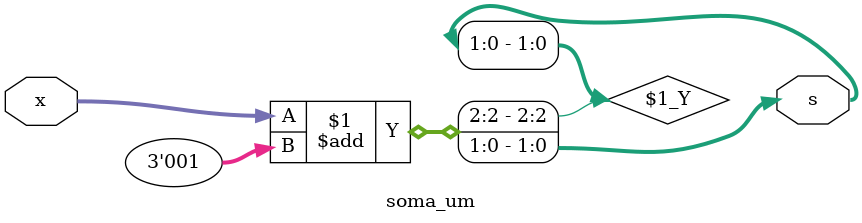
<source format=v>
module soma_um(
	input [1:0] x,
	output [1:0] s);
	
	assign s = x + 3'b001;
	
endmodule
</source>
